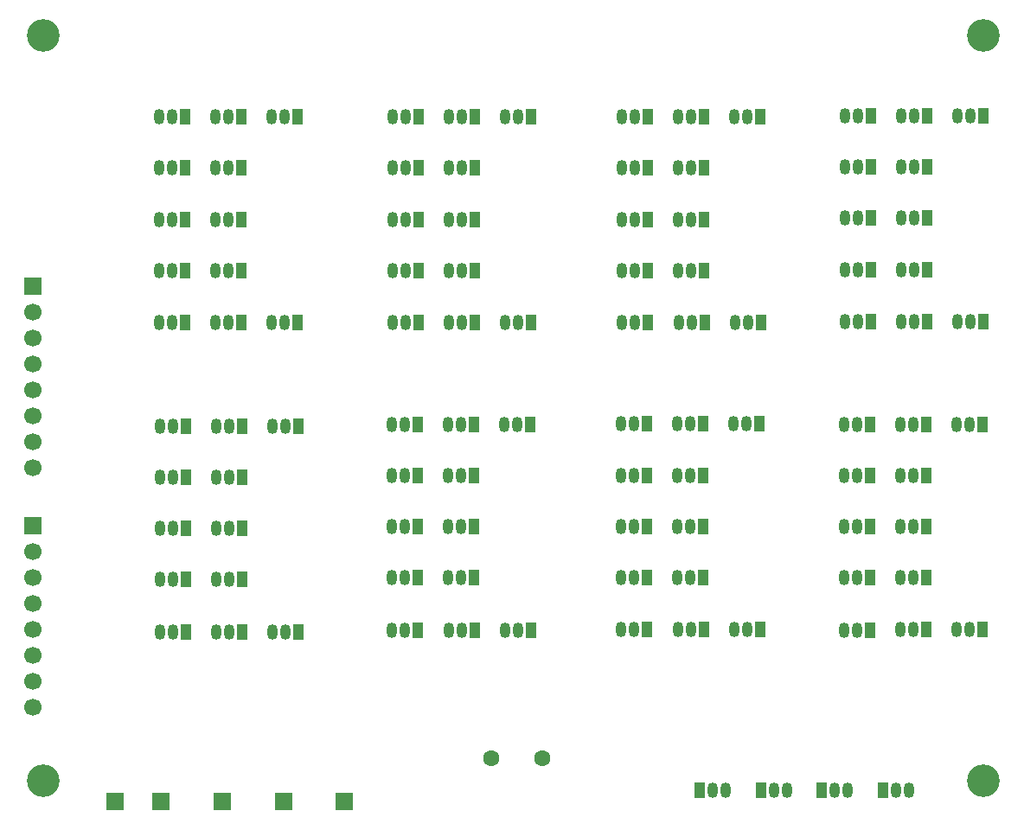
<source format=gbr>
%TF.GenerationSoftware,KiCad,Pcbnew,9.0.7*%
%TF.CreationDate,2026-01-15T12:34:36+00:00*%
%TF.ProjectId,reg,7265672e-6b69-4636-9164-5f7063625858,rev?*%
%TF.SameCoordinates,Original*%
%TF.FileFunction,Soldermask,Bot*%
%TF.FilePolarity,Negative*%
%FSLAX46Y46*%
G04 Gerber Fmt 4.6, Leading zero omitted, Abs format (unit mm)*
G04 Created by KiCad (PCBNEW 9.0.7) date 2026-01-15 12:34:36*
%MOMM*%
%LPD*%
G01*
G04 APERTURE LIST*
%ADD10R,1.050000X1.500000*%
%ADD11O,1.050000X1.500000*%
%ADD12C,3.200000*%
%ADD13C,1.600000*%
%ADD14R,1.700000X1.700000*%
%ADD15C,1.700000*%
G04 APERTURE END LIST*
D10*
%TO.C,Q101*%
X101230000Y-93360000D03*
D11*
X102500000Y-93360000D03*
X103770000Y-93360000D03*
%TD*%
D10*
%TO.C,Q102*%
X95230000Y-93360000D03*
D11*
X96500000Y-93360000D03*
X97770000Y-93360000D03*
%TD*%
D12*
%TO.C,REF\u002A\u002A*%
X111000000Y-92420000D03*
%TD*%
D13*
%TO.C,C101*%
X67886223Y-90287423D03*
X62886223Y-90287423D03*
%TD*%
D10*
%TO.C,Q103*%
X89230000Y-93360000D03*
D11*
X90500000Y-93360000D03*
X91770000Y-93360000D03*
%TD*%
D14*
%TO.C,WR_EN*%
X42500000Y-94500000D03*
%TD*%
D12*
%TO.C,REF\u002A\u002A*%
X19000000Y-92420000D03*
%TD*%
D14*
%TO.C,+5V*%
X26000000Y-94500000D03*
%TD*%
%TO.C,CLK*%
X36500000Y-94500000D03*
%TD*%
%TO.C,GND*%
X30500000Y-94500000D03*
%TD*%
%TO.C,RD_EN*%
X48500000Y-94500000D03*
%TD*%
D10*
%TO.C,Q104*%
X83230000Y-93360000D03*
D11*
X84500000Y-93360000D03*
X85770000Y-93360000D03*
%TD*%
D10*
%TO.C,Q208*%
X38380375Y-42473136D03*
D11*
X37110375Y-42473136D03*
X35840375Y-42473136D03*
%TD*%
D10*
%TO.C,Q204*%
X38394221Y-47606534D03*
D11*
X37124221Y-47606534D03*
X35854221Y-47606534D03*
%TD*%
D10*
%TO.C,Q201*%
X43880375Y-27473136D03*
D11*
X42610375Y-27473136D03*
X41340375Y-27473136D03*
%TD*%
D10*
%TO.C,Q202*%
X32880375Y-47613136D03*
D11*
X31610375Y-47613136D03*
X30340375Y-47613136D03*
%TD*%
D10*
%TO.C,Q205*%
X32880375Y-32473136D03*
D11*
X31610375Y-32473136D03*
X30340375Y-32473136D03*
%TD*%
D10*
%TO.C,Q206*%
X38380375Y-32473136D03*
D11*
X37110375Y-32473136D03*
X35840375Y-32473136D03*
%TD*%
D10*
%TO.C,Q207*%
X32880375Y-42473136D03*
D11*
X31610375Y-42473136D03*
X30340375Y-42473136D03*
%TD*%
%TO.C,Q303*%
X64240873Y-47605534D03*
X65510873Y-47605534D03*
D10*
X66780873Y-47605534D03*
%TD*%
D11*
%TO.C,Q305*%
X53211392Y-32472136D03*
X54481392Y-32472136D03*
D10*
X55751392Y-32472136D03*
%TD*%
%TO.C,Q211*%
X38380375Y-27473136D03*
D11*
X37110375Y-27473136D03*
X35840375Y-27473136D03*
%TD*%
%TO.C,Q306*%
X58711392Y-32472136D03*
X59981392Y-32472136D03*
D10*
X61251392Y-32472136D03*
%TD*%
%TO.C,Q212*%
X32880375Y-27473136D03*
D11*
X31610375Y-27473136D03*
X30340375Y-27473136D03*
%TD*%
%TO.C,Q301*%
X64211392Y-27472136D03*
X65481392Y-27472136D03*
D10*
X66751392Y-27472136D03*
%TD*%
%TO.C,Q210*%
X38380375Y-37473136D03*
D11*
X37110375Y-37473136D03*
X35840375Y-37473136D03*
%TD*%
D10*
%TO.C,Q209*%
X32880375Y-37473136D03*
D11*
X31610375Y-37473136D03*
X30340375Y-37473136D03*
%TD*%
%TO.C,Q302*%
X53211392Y-47612136D03*
X54481392Y-47612136D03*
D10*
X55751392Y-47612136D03*
%TD*%
D11*
%TO.C,Q304*%
X58725238Y-47605534D03*
X59995238Y-47605534D03*
D10*
X61265238Y-47605534D03*
%TD*%
D11*
%TO.C,Q310*%
X58711392Y-37472136D03*
X59981392Y-37472136D03*
D10*
X61251392Y-37472136D03*
%TD*%
D11*
%TO.C,Q308*%
X58711392Y-42472136D03*
X59981392Y-42472136D03*
D10*
X61251392Y-42472136D03*
%TD*%
D11*
%TO.C,Q307*%
X53211392Y-42472136D03*
X54481392Y-42472136D03*
D10*
X55751392Y-42472136D03*
%TD*%
D11*
%TO.C,Q405*%
X75679551Y-32473136D03*
X76949551Y-32473136D03*
D10*
X78219551Y-32473136D03*
%TD*%
D11*
%TO.C,Q309*%
X53211392Y-37472136D03*
X54481392Y-37472136D03*
D10*
X55751392Y-37472136D03*
%TD*%
D11*
%TO.C,Q312*%
X53211392Y-27472136D03*
X54481392Y-27472136D03*
D10*
X55751392Y-27472136D03*
%TD*%
D11*
%TO.C,Q311*%
X58711392Y-27472136D03*
X59981392Y-27472136D03*
D10*
X61251392Y-27472136D03*
%TD*%
D11*
%TO.C,Q402*%
X75679551Y-47613136D03*
X76949551Y-47613136D03*
D10*
X78219551Y-47613136D03*
%TD*%
D11*
%TO.C,Q406*%
X81179551Y-32473136D03*
X82449551Y-32473136D03*
D10*
X83719551Y-32473136D03*
%TD*%
D11*
%TO.C,Q401*%
X86679551Y-27473136D03*
X87949551Y-27473136D03*
D10*
X89219551Y-27473136D03*
%TD*%
D11*
%TO.C,Q404*%
X81193397Y-47606534D03*
X82463397Y-47606534D03*
D10*
X83733397Y-47606534D03*
%TD*%
D11*
%TO.C,Q403*%
X86709032Y-47606534D03*
X87979032Y-47606534D03*
D10*
X89249032Y-47606534D03*
%TD*%
%TO.C,Q502*%
X100017272Y-47520819D03*
D11*
X98747272Y-47520819D03*
X97477272Y-47520819D03*
%TD*%
D10*
%TO.C,Q504*%
X105531118Y-47514217D03*
D11*
X104261118Y-47514217D03*
X102991118Y-47514217D03*
%TD*%
%TO.C,Q410*%
X81179551Y-37473136D03*
X82449551Y-37473136D03*
D10*
X83719551Y-37473136D03*
%TD*%
D11*
%TO.C,Q409*%
X75679551Y-37473136D03*
X76949551Y-37473136D03*
D10*
X78219551Y-37473136D03*
%TD*%
D11*
%TO.C,Q411*%
X81179551Y-27473136D03*
X82449551Y-27473136D03*
D10*
X83719551Y-27473136D03*
%TD*%
D11*
%TO.C,Q407*%
X75679551Y-42473136D03*
X76949551Y-42473136D03*
D10*
X78219551Y-42473136D03*
%TD*%
D11*
%TO.C,Q408*%
X81179551Y-42473136D03*
X82449551Y-42473136D03*
D10*
X83719551Y-42473136D03*
%TD*%
D11*
%TO.C,Q412*%
X75679551Y-27473136D03*
X76949551Y-27473136D03*
D10*
X78219551Y-27473136D03*
%TD*%
%TO.C,Q501*%
X111017272Y-27380819D03*
D11*
X109747272Y-27380819D03*
X108477272Y-27380819D03*
%TD*%
D10*
%TO.C,Q503*%
X111046753Y-47514217D03*
D11*
X109776753Y-47514217D03*
X108506753Y-47514217D03*
%TD*%
D10*
%TO.C,Q512*%
X100017272Y-27380819D03*
D11*
X98747272Y-27380819D03*
X97477272Y-27380819D03*
%TD*%
D10*
%TO.C,Q602*%
X32981392Y-77908489D03*
D11*
X31711392Y-77908489D03*
X30441392Y-77908489D03*
%TD*%
D10*
%TO.C,Q508*%
X105517272Y-42380819D03*
D11*
X104247272Y-42380819D03*
X102977272Y-42380819D03*
%TD*%
D10*
%TO.C,Q505*%
X100017272Y-32380819D03*
D11*
X98747272Y-32380819D03*
X97477272Y-32380819D03*
%TD*%
D10*
%TO.C,Q506*%
X105517272Y-32380819D03*
D11*
X104247272Y-32380819D03*
X102977272Y-32380819D03*
%TD*%
D10*
%TO.C,Q509*%
X100017272Y-37380819D03*
D11*
X98747272Y-37380819D03*
X97477272Y-37380819D03*
%TD*%
D10*
%TO.C,Q510*%
X105517272Y-37380819D03*
D11*
X104247272Y-37380819D03*
X102977272Y-37380819D03*
%TD*%
D10*
%TO.C,Q507*%
X100017272Y-42380819D03*
D11*
X98747272Y-42380819D03*
X97477272Y-42380819D03*
%TD*%
D10*
%TO.C,Q511*%
X105517272Y-27380819D03*
D11*
X104247272Y-27380819D03*
X102977272Y-27380819D03*
%TD*%
D10*
%TO.C,Q601*%
X43981392Y-57768489D03*
D11*
X42711392Y-57768489D03*
X41441392Y-57768489D03*
%TD*%
D10*
%TO.C,Q603*%
X44010873Y-77901887D03*
D11*
X42740873Y-77901887D03*
X41470873Y-77901887D03*
%TD*%
D10*
%TO.C,Q611*%
X38481392Y-57768489D03*
D11*
X37211392Y-57768489D03*
X35941392Y-57768489D03*
%TD*%
%TO.C,Q701*%
X64158610Y-57567889D03*
X65428610Y-57567889D03*
D10*
X66698610Y-57567889D03*
%TD*%
%TO.C,Q604*%
X38495238Y-77901887D03*
D11*
X37225238Y-77901887D03*
X35955238Y-77901887D03*
%TD*%
D10*
%TO.C,Q607*%
X32981392Y-72768489D03*
D11*
X31711392Y-72768489D03*
X30441392Y-72768489D03*
%TD*%
D10*
%TO.C,Q606*%
X38481392Y-62768489D03*
D11*
X37211392Y-62768489D03*
X35941392Y-62768489D03*
%TD*%
D10*
%TO.C,Q605*%
X32981392Y-62768489D03*
D11*
X31711392Y-62768489D03*
X30441392Y-62768489D03*
%TD*%
D10*
%TO.C,Q608*%
X38481392Y-72768489D03*
D11*
X37211392Y-72768489D03*
X35941392Y-72768489D03*
%TD*%
D10*
%TO.C,Q609*%
X32981392Y-67768489D03*
D11*
X31711392Y-67768489D03*
X30441392Y-67768489D03*
%TD*%
D10*
%TO.C,Q610*%
X38481392Y-67768489D03*
D11*
X37211392Y-67768489D03*
X35941392Y-67768489D03*
%TD*%
D10*
%TO.C,Q612*%
X32981392Y-57768489D03*
D11*
X31711392Y-57768489D03*
X30441392Y-57768489D03*
%TD*%
%TO.C,Q702*%
X53158610Y-77707889D03*
X54428610Y-77707889D03*
D10*
X55698610Y-77707889D03*
%TD*%
D11*
%TO.C,Q703*%
X64188091Y-77701287D03*
X65458091Y-77701287D03*
D10*
X66728091Y-77701287D03*
%TD*%
D11*
%TO.C,Q705*%
X53158610Y-62567889D03*
X54428610Y-62567889D03*
D10*
X55698610Y-62567889D03*
%TD*%
D11*
%TO.C,Q704*%
X58672456Y-77701287D03*
X59942456Y-77701287D03*
D10*
X61212456Y-77701287D03*
%TD*%
%TO.C,Q712*%
X55698610Y-57567889D03*
D11*
X54428610Y-57567889D03*
X53158610Y-57567889D03*
%TD*%
%TO.C,Q802*%
X75592940Y-77675056D03*
X76862940Y-77675056D03*
D10*
X78132940Y-77675056D03*
%TD*%
D11*
%TO.C,Q804*%
X81106786Y-77668454D03*
X82376786Y-77668454D03*
D10*
X83646786Y-77668454D03*
%TD*%
D11*
%TO.C,Q707*%
X53158610Y-72567889D03*
X54428610Y-72567889D03*
D10*
X55698610Y-72567889D03*
%TD*%
D11*
%TO.C,Q706*%
X58658610Y-62567889D03*
X59928610Y-62567889D03*
D10*
X61198610Y-62567889D03*
%TD*%
D11*
%TO.C,Q708*%
X58658610Y-72567889D03*
X59928610Y-72567889D03*
D10*
X61198610Y-72567889D03*
%TD*%
D11*
%TO.C,Q709*%
X53158610Y-67567889D03*
X54428610Y-67567889D03*
D10*
X55698610Y-67567889D03*
%TD*%
%TO.C,Q710*%
X61198610Y-67567889D03*
D11*
X59928610Y-67567889D03*
X58658610Y-67567889D03*
%TD*%
D10*
%TO.C,Q711*%
X61198610Y-57567889D03*
D11*
X59928610Y-57567889D03*
X58658610Y-57567889D03*
%TD*%
%TO.C,Q801*%
X86592940Y-57535056D03*
X87862940Y-57535056D03*
D10*
X89132940Y-57535056D03*
%TD*%
D11*
%TO.C,Q803*%
X86622421Y-77668454D03*
X87892421Y-77668454D03*
D10*
X89162421Y-77668454D03*
%TD*%
D11*
%TO.C,Q806*%
X81092940Y-62535056D03*
X82362940Y-62535056D03*
D10*
X83632940Y-62535056D03*
%TD*%
D11*
%TO.C,Q808*%
X81092940Y-72535056D03*
X82362940Y-72535056D03*
D10*
X83632940Y-72535056D03*
%TD*%
D11*
%TO.C,Q809*%
X75592940Y-67535056D03*
X76862940Y-67535056D03*
D10*
X78132940Y-67535056D03*
%TD*%
D11*
%TO.C,Q810*%
X81092940Y-67535056D03*
X82362940Y-67535056D03*
D10*
X83632940Y-67535056D03*
%TD*%
D11*
%TO.C,Q805*%
X75592940Y-62535056D03*
X76862940Y-62535056D03*
D10*
X78132940Y-62535056D03*
%TD*%
D11*
%TO.C,Q807*%
X75592940Y-72535056D03*
X76862940Y-72535056D03*
D10*
X78132940Y-72535056D03*
%TD*%
%TO.C,Q906*%
X105441579Y-62551948D03*
D11*
X104171579Y-62551948D03*
X102901579Y-62551948D03*
%TD*%
%TO.C,Q811*%
X81092940Y-57535056D03*
X82362940Y-57535056D03*
D10*
X83632940Y-57535056D03*
%TD*%
%TO.C,Q904*%
X105455425Y-77685346D03*
D11*
X104185425Y-77685346D03*
X102915425Y-77685346D03*
%TD*%
D10*
%TO.C,Q905*%
X99941579Y-62551948D03*
D11*
X98671579Y-62551948D03*
X97401579Y-62551948D03*
%TD*%
D10*
%TO.C,Q911*%
X105441579Y-57551948D03*
D11*
X104171579Y-57551948D03*
X102901579Y-57551948D03*
%TD*%
D10*
%TO.C,Q903*%
X110971060Y-77685346D03*
D11*
X109701060Y-77685346D03*
X108431060Y-77685346D03*
%TD*%
%TO.C,Q812*%
X75592940Y-57535056D03*
X76862940Y-57535056D03*
D10*
X78132940Y-57535056D03*
%TD*%
%TO.C,Q901*%
X110941579Y-57551948D03*
D11*
X109671579Y-57551948D03*
X108401579Y-57551948D03*
%TD*%
D10*
%TO.C,Q902*%
X99941579Y-77691948D03*
D11*
X98671579Y-77691948D03*
X97401579Y-77691948D03*
%TD*%
D10*
%TO.C,Q907*%
X99941579Y-72551948D03*
D11*
X98671579Y-72551948D03*
X97401579Y-72551948D03*
%TD*%
D10*
%TO.C,Q908*%
X105441579Y-72551948D03*
D11*
X104171579Y-72551948D03*
X102901579Y-72551948D03*
%TD*%
D10*
%TO.C,Q909*%
X99941579Y-67551948D03*
D11*
X98671579Y-67551948D03*
X97401579Y-67551948D03*
%TD*%
D10*
%TO.C,Q910*%
X105441579Y-67551948D03*
D11*
X104171579Y-67551948D03*
X102901579Y-67551948D03*
%TD*%
D10*
%TO.C,Q912*%
X99941579Y-57551948D03*
D11*
X98671579Y-57551948D03*
X97401579Y-57551948D03*
%TD*%
D15*
%TO.C,DATA_OUT*%
X18000000Y-61780000D03*
X18000000Y-59240000D03*
X18000000Y-56700000D03*
X18000000Y-54160000D03*
X18000000Y-51620000D03*
X18000000Y-49080000D03*
X18000000Y-46540000D03*
D14*
X18000000Y-44000000D03*
%TD*%
D12*
%TO.C,REF\u002A\u002A*%
X111000000Y-19500000D03*
%TD*%
%TO.C,REF\u002A\u002A*%
X19000000Y-19500000D03*
%TD*%
D15*
%TO.C,DATA_IN*%
X18000000Y-85280000D03*
X18000000Y-82740000D03*
X18000000Y-80200000D03*
X18000000Y-77660000D03*
X18000000Y-75120000D03*
X18000000Y-72580000D03*
X18000000Y-70040000D03*
D14*
X18000000Y-67500000D03*
%TD*%
D10*
%TO.C,Q203*%
X43909856Y-47606534D03*
D11*
X42639856Y-47606534D03*
X41369856Y-47606534D03*
%TD*%
M02*

</source>
